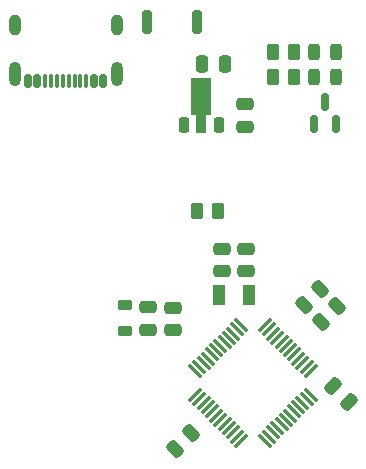
<source format=gbr>
%TF.GenerationSoftware,KiCad,Pcbnew,8.0.7*%
%TF.CreationDate,2025-01-26T21:31:55+01:00*%
%TF.ProjectId,samd21_breakout,73616d64-3231-45f6-9272-65616b6f7574,rev?*%
%TF.SameCoordinates,Original*%
%TF.FileFunction,Paste,Top*%
%TF.FilePolarity,Positive*%
%FSLAX46Y46*%
G04 Gerber Fmt 4.6, Leading zero omitted, Abs format (unit mm)*
G04 Created by KiCad (PCBNEW 8.0.7) date 2025-01-26 21:31:55*
%MOMM*%
%LPD*%
G01*
G04 APERTURE LIST*
G04 Aperture macros list*
%AMRoundRect*
0 Rectangle with rounded corners*
0 $1 Rounding radius*
0 $2 $3 $4 $5 $6 $7 $8 $9 X,Y pos of 4 corners*
0 Add a 4 corners polygon primitive as box body*
4,1,4,$2,$3,$4,$5,$6,$7,$8,$9,$2,$3,0*
0 Add four circle primitives for the rounded corners*
1,1,$1+$1,$2,$3*
1,1,$1+$1,$4,$5*
1,1,$1+$1,$6,$7*
1,1,$1+$1,$8,$9*
0 Add four rect primitives between the rounded corners*
20,1,$1+$1,$2,$3,$4,$5,0*
20,1,$1+$1,$4,$5,$6,$7,0*
20,1,$1+$1,$6,$7,$8,$9,0*
20,1,$1+$1,$8,$9,$2,$3,0*%
%AMFreePoly0*
4,1,9,3.862500,-0.866500,0.737500,-0.866500,0.737500,-0.450000,-0.737500,-0.450000,-0.737500,0.450000,0.737500,0.450000,0.737500,0.866500,3.862500,0.866500,3.862500,-0.866500,3.862500,-0.866500,$1*%
G04 Aperture macros list end*
%ADD10RoundRect,0.150000X0.150000X0.425000X-0.150000X0.425000X-0.150000X-0.425000X0.150000X-0.425000X0*%
%ADD11RoundRect,0.075000X0.075000X0.500000X-0.075000X0.500000X-0.075000X-0.500000X0.075000X-0.500000X0*%
%ADD12O,1.000000X2.100000*%
%ADD13O,1.000000X1.800000*%
%ADD14RoundRect,0.250000X-0.262500X-0.450000X0.262500X-0.450000X0.262500X0.450000X-0.262500X0.450000X0*%
%ADD15RoundRect,0.250000X0.262500X0.450000X-0.262500X0.450000X-0.262500X-0.450000X0.262500X-0.450000X0*%
%ADD16RoundRect,0.150000X0.150000X-0.587500X0.150000X0.587500X-0.150000X0.587500X-0.150000X-0.587500X0*%
%ADD17RoundRect,0.243750X0.243750X0.456250X-0.243750X0.456250X-0.243750X-0.456250X0.243750X-0.456250X0*%
%ADD18RoundRect,0.250000X-0.475000X0.250000X-0.475000X-0.250000X0.475000X-0.250000X0.475000X0.250000X0*%
%ADD19RoundRect,0.250000X-0.512652X-0.159099X-0.159099X-0.512652X0.512652X0.159099X0.159099X0.512652X0*%
%ADD20RoundRect,0.075000X-0.521491X0.415425X0.415425X-0.521491X0.521491X-0.415425X-0.415425X0.521491X0*%
%ADD21RoundRect,0.075000X-0.521491X-0.415425X-0.415425X-0.521491X0.521491X0.415425X0.415425X0.521491X0*%
%ADD22RoundRect,0.225000X0.225000X-0.425000X0.225000X0.425000X-0.225000X0.425000X-0.225000X-0.425000X0*%
%ADD23FreePoly0,90.000000*%
%ADD24RoundRect,0.250000X0.475000X-0.250000X0.475000X0.250000X-0.475000X0.250000X-0.475000X-0.250000X0*%
%ADD25RoundRect,0.218750X0.381250X-0.218750X0.381250X0.218750X-0.381250X0.218750X-0.381250X-0.218750X0*%
%ADD26RoundRect,0.250000X-0.159099X0.512652X-0.512652X0.159099X0.159099X-0.512652X0.512652X-0.159099X0*%
%ADD27RoundRect,0.250000X-0.250000X-0.475000X0.250000X-0.475000X0.250000X0.475000X-0.250000X0.475000X0*%
%ADD28RoundRect,0.200000X-0.200000X-0.800000X0.200000X-0.800000X0.200000X0.800000X-0.200000X0.800000X0*%
%ADD29R,1.000000X1.800000*%
%ADD30RoundRect,0.250000X0.159099X-0.512652X0.512652X-0.159099X-0.159099X0.512652X-0.512652X0.159099X0*%
G04 APERTURE END LIST*
D10*
%TO.C,J3*%
X112200000Y-81680000D03*
X111400000Y-81680000D03*
D11*
X110250000Y-81680000D03*
X109250000Y-81680000D03*
X108750000Y-81680000D03*
X107750000Y-81680000D03*
D10*
X106600000Y-81680000D03*
X105800000Y-81680000D03*
X105800000Y-81680000D03*
X106600000Y-81680000D03*
D11*
X107250000Y-81680000D03*
X108250000Y-81680000D03*
X109750000Y-81680000D03*
X110750000Y-81680000D03*
D10*
X111400000Y-81680000D03*
X112200000Y-81680000D03*
D12*
X113320000Y-81105000D03*
D13*
X113320000Y-76925000D03*
D12*
X104680000Y-81105000D03*
D13*
X104680000Y-76925000D03*
%TD*%
D14*
%TO.C,R1*%
X120100000Y-92680000D03*
X121925000Y-92680000D03*
%TD*%
D15*
%TO.C,R3*%
X128375000Y-81350000D03*
X126550000Y-81350000D03*
%TD*%
D16*
%TO.C,Q1*%
X130000000Y-85337500D03*
X131900000Y-85337500D03*
X130950000Y-83462500D03*
%TD*%
D17*
%TO.C,D2*%
X131900000Y-81350000D03*
X130025000Y-81350000D03*
%TD*%
D15*
%TO.C,R2*%
X128375000Y-79200000D03*
X126550000Y-79200000D03*
%TD*%
D17*
%TO.C,D1*%
X131900000Y-79200000D03*
X130025000Y-79200000D03*
%TD*%
D18*
%TO.C,C4*%
X122225000Y-97799998D03*
X122225000Y-95900000D03*
%TD*%
D19*
%TO.C,C7*%
X131608249Y-107508249D03*
X132951751Y-108851751D03*
%TD*%
D20*
%TO.C,U2*%
X123863336Y-102362124D03*
X123509782Y-102715678D03*
X123156229Y-103069231D03*
X122802675Y-103422785D03*
X122449122Y-103776338D03*
X122095569Y-104129891D03*
X121742015Y-104483445D03*
X121388462Y-104836998D03*
X121034909Y-105190551D03*
X120681355Y-105544105D03*
X120327802Y-105897658D03*
X119974248Y-106251212D03*
D21*
X119974248Y-108248788D03*
X120327802Y-108602342D03*
X120681355Y-108955895D03*
X121034909Y-109309449D03*
X121388462Y-109663002D03*
X121742015Y-110016555D03*
X122095569Y-110370109D03*
X122449122Y-110723662D03*
X122802675Y-111077215D03*
X123156229Y-111430769D03*
X123509782Y-111784322D03*
X123863336Y-112137876D03*
D20*
X125860912Y-112137876D03*
X126214466Y-111784322D03*
X126568019Y-111430769D03*
X126921573Y-111077215D03*
X127275126Y-110723662D03*
X127628679Y-110370109D03*
X127982233Y-110016555D03*
X128335786Y-109663002D03*
X128689339Y-109309449D03*
X129042893Y-108955895D03*
X129396446Y-108602342D03*
X129750000Y-108248788D03*
D21*
X129750000Y-106251212D03*
X129396446Y-105897658D03*
X129042893Y-105544105D03*
X128689339Y-105190551D03*
X128335786Y-104836998D03*
X127982233Y-104483445D03*
X127628679Y-104129891D03*
X127275126Y-103776338D03*
X126921573Y-103422785D03*
X126568019Y-103069231D03*
X126214466Y-102715678D03*
X125860912Y-102362124D03*
%TD*%
D22*
%TO.C,U1*%
X119000000Y-85425000D03*
D23*
X120500000Y-85337500D03*
D22*
X122000000Y-85425000D03*
%TD*%
D24*
%TO.C,C9*%
X118100000Y-100870001D03*
X118100000Y-102769999D03*
%TD*%
D18*
%TO.C,C2*%
X124200000Y-83650000D03*
X124200000Y-85550000D03*
%TD*%
D25*
%TO.C,L1*%
X113990000Y-100687500D03*
X113990000Y-102812500D03*
%TD*%
D26*
%TO.C,C6*%
X129178249Y-100621751D03*
X130521751Y-99278249D03*
%TD*%
D27*
%TO.C,C1*%
X120550000Y-80225000D03*
X122450000Y-80225000D03*
%TD*%
D28*
%TO.C,SW1*%
X115895000Y-76715000D03*
X120095000Y-76715000D03*
%TD*%
D18*
%TO.C,C3*%
X124275000Y-97799999D03*
X124275000Y-95900001D03*
%TD*%
D24*
%TO.C,C10*%
X115960000Y-100850001D03*
X115960000Y-102749999D03*
%TD*%
D29*
%TO.C,Y1*%
X122000001Y-99800000D03*
X124499999Y-99800000D03*
%TD*%
D30*
%TO.C,C5*%
X131971751Y-100703249D03*
X130628249Y-102046751D03*
%TD*%
D26*
%TO.C,C8*%
X119621751Y-111478249D03*
X118278249Y-112821751D03*
%TD*%
M02*

</source>
